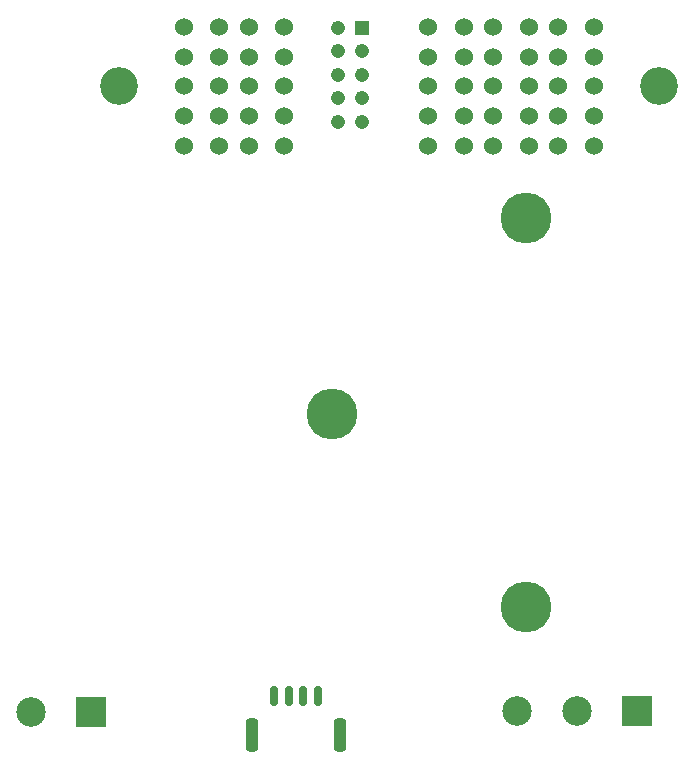
<source format=gbr>
%TF.GenerationSoftware,KiCad,Pcbnew,(6.0.1-0)*%
%TF.CreationDate,2023-01-20T10:08:17-08:00*%
%TF.ProjectId,ESC Daughterboard,45534320-4461-4756-9768-746572626f61,rev?*%
%TF.SameCoordinates,Original*%
%TF.FileFunction,Soldermask,Top*%
%TF.FilePolarity,Negative*%
%FSLAX46Y46*%
G04 Gerber Fmt 4.6, Leading zero omitted, Abs format (unit mm)*
G04 Created by KiCad (PCBNEW (6.0.1-0)) date 2023-01-20 10:08:17*
%MOMM*%
%LPD*%
G01*
G04 APERTURE LIST*
G04 Aperture macros list*
%AMRoundRect*
0 Rectangle with rounded corners*
0 $1 Rounding radius*
0 $2 $3 $4 $5 $6 $7 $8 $9 X,Y pos of 4 corners*
0 Add a 4 corners polygon primitive as box body*
4,1,4,$2,$3,$4,$5,$6,$7,$8,$9,$2,$3,0*
0 Add four circle primitives for the rounded corners*
1,1,$1+$1,$2,$3*
1,1,$1+$1,$4,$5*
1,1,$1+$1,$6,$7*
1,1,$1+$1,$8,$9*
0 Add four rect primitives between the rounded corners*
20,1,$1+$1,$2,$3,$4,$5,0*
20,1,$1+$1,$4,$5,$6,$7,0*
20,1,$1+$1,$6,$7,$8,$9,0*
20,1,$1+$1,$8,$9,$2,$3,0*%
G04 Aperture macros list end*
%ADD10R,2.500000X2.500000*%
%ADD11C,2.500000*%
%ADD12C,4.300000*%
%ADD13RoundRect,0.150000X0.150000X0.700000X-0.150000X0.700000X-0.150000X-0.700000X0.150000X-0.700000X0*%
%ADD14RoundRect,0.250000X0.250000X1.150000X-0.250000X1.150000X-0.250000X-1.150000X0.250000X-1.150000X0*%
%ADD15C,3.200000*%
%ADD16R,1.208000X1.208000*%
%ADD17C,1.208000*%
%ADD18C,1.530000*%
G04 APERTURE END LIST*
D10*
%TO.C,Phase 1*%
X167400000Y-119800000D03*
D11*
X162320000Y-119800000D03*
X157240000Y-119800000D03*
%TD*%
D12*
%TO.C,H1*%
X157960000Y-111000000D03*
%TD*%
D13*
%TO.C,CAN*%
X140375000Y-118460000D03*
X139125000Y-118460000D03*
X137875000Y-118460000D03*
X136625000Y-118460000D03*
D14*
X134775000Y-121810000D03*
X142225000Y-121810000D03*
%TD*%
D15*
%TO.C,J5*%
X123500000Y-66892500D03*
X169210000Y-66892500D03*
D16*
X144070000Y-61902500D03*
D17*
X142070000Y-61902500D03*
X144070000Y-63902500D03*
X142070000Y-63902500D03*
X144070000Y-65902500D03*
X142070000Y-65902500D03*
X144070000Y-67902500D03*
X142070000Y-67902500D03*
X144070000Y-69902500D03*
X142070000Y-69902500D03*
D18*
X163710000Y-71892500D03*
X163710000Y-69392500D03*
X163710000Y-66892500D03*
X163710000Y-64392500D03*
X163710000Y-61892500D03*
X160710000Y-61892500D03*
X160710000Y-64392500D03*
X160710000Y-66892500D03*
X160710000Y-69392500D03*
X160710000Y-71892500D03*
X158210000Y-71892500D03*
X158210000Y-69392500D03*
X158210000Y-66892500D03*
X158210000Y-64392500D03*
X158210000Y-61892500D03*
X155210000Y-61892500D03*
X155210000Y-64392500D03*
X155210000Y-66892500D03*
X155210000Y-69392500D03*
X155210000Y-71892500D03*
X152710000Y-71892500D03*
X152710000Y-69392500D03*
X152710000Y-66892500D03*
X152710000Y-64392500D03*
X152710000Y-61892500D03*
X149710000Y-61892500D03*
X149710000Y-64392500D03*
X149710000Y-66892500D03*
X149710000Y-69392500D03*
X149710000Y-71892500D03*
X137500000Y-71892500D03*
X137500000Y-69392500D03*
X137500000Y-66892500D03*
X137500000Y-64392500D03*
X137500000Y-61892500D03*
X134500000Y-61892500D03*
X134500000Y-64392500D03*
X134500000Y-66892500D03*
X134500000Y-69392500D03*
X134500000Y-71892500D03*
X132000000Y-71892500D03*
X132000000Y-69392500D03*
X132000000Y-66892500D03*
X132000000Y-64392500D03*
X132000000Y-61892500D03*
X129000000Y-61892500D03*
X129000000Y-64392500D03*
X129000000Y-66892500D03*
X129000000Y-69392500D03*
X129000000Y-71892500D03*
%TD*%
D12*
%TO.C,H3*%
X141560000Y-94600000D03*
%TD*%
%TO.C,H2*%
X157960000Y-78000000D03*
%TD*%
D10*
%TO.C,J2*%
X121165000Y-119820000D03*
D11*
X116085000Y-119820000D03*
%TD*%
M02*

</source>
